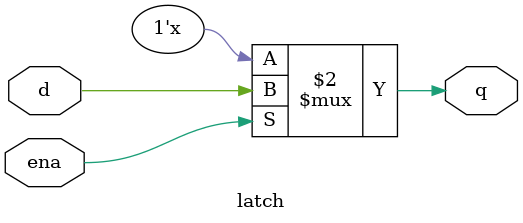
<source format=v>
module latch (d, ena, q);
    input d, ena;
    output q;
    reg q;
    
    always@ (d or ena)
    begin
        if (ena)
            q <= d;
    end
endmodule

</source>
